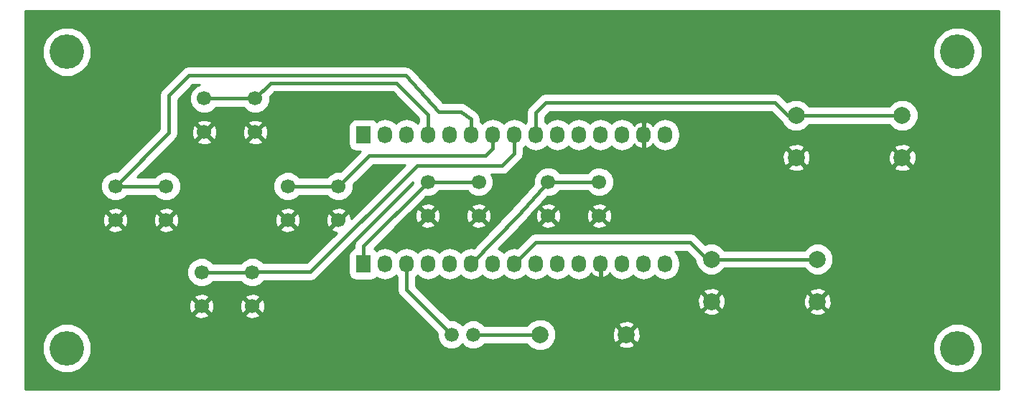
<source format=gtl>
G04 #@! TF.FileFunction,Copper,L1,Top,Signal*
%FSLAX46Y46*%
G04 Gerber Fmt 4.6, Leading zero omitted, Abs format (unit mm)*
G04 Created by KiCad (PCBNEW 4.0.4+e1-6308~48~ubuntu16.04.1-stable) date Thu Sep 15 22:11:00 2016*
%MOMM*%
%LPD*%
G01*
G04 APERTURE LIST*
%ADD10C,0.100000*%
%ADD11C,1.676400*%
%ADD12R,1.727200X2.032000*%
%ADD13O,1.727200X2.032000*%
%ADD14C,1.998980*%
%ADD15C,1.700000*%
%ADD16C,2.000000*%
%ADD17C,4.064000*%
%ADD18C,0.406400*%
%ADD19C,0.254000*%
G04 APERTURE END LIST*
D10*
D11*
X87900000Y-73400000D03*
X85360000Y-73400000D03*
D12*
X74975720Y-49817020D03*
D13*
X77515720Y-49817020D03*
X80055720Y-49817020D03*
X82595720Y-49817020D03*
X85135720Y-49817020D03*
X87675720Y-49817020D03*
X90215720Y-49817020D03*
X92755720Y-49817020D03*
X95295720Y-49817020D03*
X97835720Y-49817020D03*
X100375720Y-49817020D03*
X102915720Y-49817020D03*
X105455720Y-49817020D03*
X107995720Y-49817020D03*
X110535720Y-49817020D03*
D12*
X74978260Y-65057020D03*
D13*
X77518260Y-65057020D03*
X80058260Y-65057020D03*
X82598260Y-65057020D03*
X85138260Y-65057020D03*
X87678260Y-65057020D03*
X90218260Y-65057020D03*
X92758260Y-65057020D03*
X95298260Y-65057020D03*
X97838260Y-65057020D03*
X100378260Y-65057020D03*
X102918260Y-65057020D03*
X105458260Y-65057020D03*
X107998260Y-65057020D03*
X110538260Y-65057020D03*
D14*
X95800000Y-73400000D03*
X105960000Y-73400000D03*
D15*
X62210000Y-49500000D03*
X56210000Y-49500000D03*
X62210000Y-45500000D03*
X56210000Y-45500000D03*
X51720000Y-59880000D03*
X45720000Y-59880000D03*
X51720000Y-55880000D03*
X45720000Y-55880000D03*
X61880000Y-70040000D03*
X55880000Y-70040000D03*
X61880000Y-66040000D03*
X55880000Y-66040000D03*
X72040000Y-59880000D03*
X66040000Y-59880000D03*
X72040000Y-55880000D03*
X66040000Y-55880000D03*
X88565100Y-59363700D03*
X82565100Y-59363700D03*
X88565100Y-55363700D03*
X82565100Y-55363700D03*
X102765100Y-59363700D03*
X96765100Y-59363700D03*
X102765100Y-55363700D03*
X96765100Y-55363700D03*
D16*
X116000000Y-64500000D03*
X128500000Y-64500000D03*
X116000000Y-69500000D03*
X128500000Y-69500000D03*
X126000000Y-47500000D03*
X138500000Y-47500000D03*
X126000000Y-52500000D03*
X138500000Y-52500000D03*
D17*
X40000000Y-40000000D03*
X40000000Y-75000000D03*
X145000000Y-75000000D03*
X145000000Y-40000000D03*
D18*
X87900000Y-73400000D02*
X95800000Y-73400000D01*
X85360000Y-73400000D02*
X80058260Y-68098260D01*
X80058260Y-68098260D02*
X80058260Y-65057020D01*
X56210000Y-45500000D02*
X62210000Y-45500000D01*
X62210000Y-45500000D02*
X64047400Y-43662600D01*
X64047400Y-43662600D02*
X78867000Y-43662600D01*
X78867000Y-43662600D02*
X82595720Y-47391320D01*
X82595720Y-47391320D02*
X82595720Y-49817020D01*
X87675720Y-47950120D02*
X87675720Y-49817020D01*
X86522276Y-47056675D02*
X87675720Y-47950120D01*
X83896200Y-47066200D02*
X86522276Y-47056675D01*
X79933800Y-42773600D02*
X83896200Y-47066200D01*
X54406800Y-42773600D02*
X79933800Y-42773600D01*
X52019200Y-45161200D02*
X54406800Y-42773600D01*
X52019200Y-49580800D02*
X52019200Y-45161200D01*
X45720000Y-55880000D02*
X52019200Y-49580800D01*
X51720000Y-55880000D02*
X45720000Y-55880000D01*
X66040000Y-55880000D02*
X72040000Y-55880000D01*
X72040000Y-55880000D02*
X75672200Y-52247800D01*
X75672200Y-52247800D02*
X89357200Y-52247800D01*
X89357200Y-52247800D02*
X90215720Y-51389280D01*
X90215720Y-51389280D02*
X90215720Y-49817020D01*
X55880000Y-66040000D02*
X61880000Y-66040000D01*
X61880000Y-66040000D02*
X61930800Y-65989200D01*
X61930800Y-65989200D02*
X68732400Y-65989200D01*
X68732400Y-65989200D02*
X81305400Y-53416200D01*
X81305400Y-53416200D02*
X91313000Y-53416200D01*
X91313000Y-53416200D02*
X92755720Y-51973480D01*
X92755720Y-51973480D02*
X92755720Y-49817020D01*
X96765100Y-55363700D02*
X102765100Y-55363700D01*
X96765100Y-55363700D02*
X93223874Y-59291395D01*
X93223874Y-59291395D02*
X87678260Y-65057020D01*
X82565100Y-55363700D02*
X88565100Y-55363700D01*
X82565100Y-55363700D02*
X74978260Y-62950540D01*
X74978260Y-62950540D02*
X74978260Y-65057020D01*
X126000000Y-47500000D02*
X138500000Y-47500000D01*
X123500000Y-46000000D02*
X96500000Y-46000000D01*
X95295720Y-47204280D02*
X95295720Y-49817020D01*
X96500000Y-46000000D02*
X95295720Y-47204280D01*
X126000000Y-47500000D02*
X125000000Y-47500000D01*
X125000000Y-47500000D02*
X123500000Y-46000000D01*
X116000000Y-64500000D02*
X128500000Y-64500000D01*
X116000000Y-64500000D02*
X115500000Y-64500000D01*
X115500000Y-64500000D02*
X113500000Y-62500000D01*
X113500000Y-62500000D02*
X95315280Y-62500000D01*
X95315280Y-62500000D02*
X92758260Y-65057020D01*
D19*
G36*
X149873000Y-79873000D02*
X35127000Y-79873000D01*
X35127000Y-75576097D01*
X37090496Y-75576097D01*
X37532432Y-76645664D01*
X38350032Y-77464692D01*
X39418825Y-77908494D01*
X40576097Y-77909504D01*
X41645664Y-77467568D01*
X42464692Y-76649968D01*
X42908494Y-75581175D01*
X42908498Y-75576097D01*
X142090496Y-75576097D01*
X142532432Y-76645664D01*
X143350032Y-77464692D01*
X144418825Y-77908494D01*
X145576097Y-77909504D01*
X146645664Y-77467568D01*
X147464692Y-76649968D01*
X147908494Y-75581175D01*
X147909504Y-74423903D01*
X147467568Y-73354336D01*
X146649968Y-72535308D01*
X145581175Y-72091506D01*
X144423903Y-72090496D01*
X143354336Y-72532432D01*
X142535308Y-73350032D01*
X142091506Y-74418825D01*
X142090496Y-75576097D01*
X42908498Y-75576097D01*
X42909504Y-74423903D01*
X42467568Y-73354336D01*
X41649968Y-72535308D01*
X40581175Y-72091506D01*
X39423903Y-72090496D01*
X38354336Y-72532432D01*
X37535308Y-73350032D01*
X37091506Y-74418825D01*
X37090496Y-75576097D01*
X35127000Y-75576097D01*
X35127000Y-71083958D01*
X55015647Y-71083958D01*
X55095920Y-71335259D01*
X55651279Y-71536718D01*
X56241458Y-71510315D01*
X56664080Y-71335259D01*
X56744353Y-71083958D01*
X61015647Y-71083958D01*
X61095920Y-71335259D01*
X61651279Y-71536718D01*
X62241458Y-71510315D01*
X62664080Y-71335259D01*
X62744353Y-71083958D01*
X61880000Y-70219605D01*
X61015647Y-71083958D01*
X56744353Y-71083958D01*
X55880000Y-70219605D01*
X55015647Y-71083958D01*
X35127000Y-71083958D01*
X35127000Y-69811279D01*
X54383282Y-69811279D01*
X54409685Y-70401458D01*
X54584741Y-70824080D01*
X54836042Y-70904353D01*
X55700395Y-70040000D01*
X56059605Y-70040000D01*
X56923958Y-70904353D01*
X57175259Y-70824080D01*
X57376718Y-70268721D01*
X57356254Y-69811279D01*
X60383282Y-69811279D01*
X60409685Y-70401458D01*
X60584741Y-70824080D01*
X60836042Y-70904353D01*
X61700395Y-70040000D01*
X62059605Y-70040000D01*
X62923958Y-70904353D01*
X63175259Y-70824080D01*
X63376718Y-70268721D01*
X63350315Y-69678542D01*
X63175259Y-69255920D01*
X62923958Y-69175647D01*
X62059605Y-70040000D01*
X61700395Y-70040000D01*
X60836042Y-69175647D01*
X60584741Y-69255920D01*
X60383282Y-69811279D01*
X57356254Y-69811279D01*
X57350315Y-69678542D01*
X57175259Y-69255920D01*
X56923958Y-69175647D01*
X56059605Y-70040000D01*
X55700395Y-70040000D01*
X54836042Y-69175647D01*
X54584741Y-69255920D01*
X54383282Y-69811279D01*
X35127000Y-69811279D01*
X35127000Y-68996042D01*
X55015647Y-68996042D01*
X55880000Y-69860395D01*
X56744353Y-68996042D01*
X61015647Y-68996042D01*
X61880000Y-69860395D01*
X62744353Y-68996042D01*
X62664080Y-68744741D01*
X62108721Y-68543282D01*
X61518542Y-68569685D01*
X61095920Y-68744741D01*
X61015647Y-68996042D01*
X56744353Y-68996042D01*
X56664080Y-68744741D01*
X56108721Y-68543282D01*
X55518542Y-68569685D01*
X55095920Y-68744741D01*
X55015647Y-68996042D01*
X35127000Y-68996042D01*
X35127000Y-60923958D01*
X44855647Y-60923958D01*
X44935920Y-61175259D01*
X45491279Y-61376718D01*
X46081458Y-61350315D01*
X46504080Y-61175259D01*
X46584353Y-60923958D01*
X50855647Y-60923958D01*
X50935920Y-61175259D01*
X51491279Y-61376718D01*
X52081458Y-61350315D01*
X52504080Y-61175259D01*
X52584353Y-60923958D01*
X65175647Y-60923958D01*
X65255920Y-61175259D01*
X65811279Y-61376718D01*
X66401458Y-61350315D01*
X66824080Y-61175259D01*
X66904353Y-60923958D01*
X66040000Y-60059605D01*
X65175647Y-60923958D01*
X52584353Y-60923958D01*
X51720000Y-60059605D01*
X50855647Y-60923958D01*
X46584353Y-60923958D01*
X45720000Y-60059605D01*
X44855647Y-60923958D01*
X35127000Y-60923958D01*
X35127000Y-59651279D01*
X44223282Y-59651279D01*
X44249685Y-60241458D01*
X44424741Y-60664080D01*
X44676042Y-60744353D01*
X45540395Y-59880000D01*
X45899605Y-59880000D01*
X46763958Y-60744353D01*
X47015259Y-60664080D01*
X47216718Y-60108721D01*
X47196254Y-59651279D01*
X50223282Y-59651279D01*
X50249685Y-60241458D01*
X50424741Y-60664080D01*
X50676042Y-60744353D01*
X51540395Y-59880000D01*
X51899605Y-59880000D01*
X52763958Y-60744353D01*
X53015259Y-60664080D01*
X53216718Y-60108721D01*
X53196254Y-59651279D01*
X64543282Y-59651279D01*
X64569685Y-60241458D01*
X64744741Y-60664080D01*
X64996042Y-60744353D01*
X65860395Y-59880000D01*
X66219605Y-59880000D01*
X67083958Y-60744353D01*
X67335259Y-60664080D01*
X67536718Y-60108721D01*
X67516254Y-59651279D01*
X70543282Y-59651279D01*
X70569685Y-60241458D01*
X70744741Y-60664080D01*
X70996042Y-60744353D01*
X71860395Y-59880000D01*
X70996042Y-59015647D01*
X70744741Y-59095920D01*
X70543282Y-59651279D01*
X67516254Y-59651279D01*
X67510315Y-59518542D01*
X67335259Y-59095920D01*
X67083958Y-59015647D01*
X66219605Y-59880000D01*
X65860395Y-59880000D01*
X64996042Y-59015647D01*
X64744741Y-59095920D01*
X64543282Y-59651279D01*
X53196254Y-59651279D01*
X53190315Y-59518542D01*
X53015259Y-59095920D01*
X52763958Y-59015647D01*
X51899605Y-59880000D01*
X51540395Y-59880000D01*
X50676042Y-59015647D01*
X50424741Y-59095920D01*
X50223282Y-59651279D01*
X47196254Y-59651279D01*
X47190315Y-59518542D01*
X47015259Y-59095920D01*
X46763958Y-59015647D01*
X45899605Y-59880000D01*
X45540395Y-59880000D01*
X44676042Y-59015647D01*
X44424741Y-59095920D01*
X44223282Y-59651279D01*
X35127000Y-59651279D01*
X35127000Y-58836042D01*
X44855647Y-58836042D01*
X45720000Y-59700395D01*
X46584353Y-58836042D01*
X50855647Y-58836042D01*
X51720000Y-59700395D01*
X52584353Y-58836042D01*
X65175647Y-58836042D01*
X66040000Y-59700395D01*
X66904353Y-58836042D01*
X71175647Y-58836042D01*
X72040000Y-59700395D01*
X72904353Y-58836042D01*
X72824080Y-58584741D01*
X72268721Y-58383282D01*
X71678542Y-58409685D01*
X71255920Y-58584741D01*
X71175647Y-58836042D01*
X66904353Y-58836042D01*
X66824080Y-58584741D01*
X66268721Y-58383282D01*
X65678542Y-58409685D01*
X65255920Y-58584741D01*
X65175647Y-58836042D01*
X52584353Y-58836042D01*
X52504080Y-58584741D01*
X51948721Y-58383282D01*
X51358542Y-58409685D01*
X50935920Y-58584741D01*
X50855647Y-58836042D01*
X46584353Y-58836042D01*
X46504080Y-58584741D01*
X45948721Y-58383282D01*
X45358542Y-58409685D01*
X44935920Y-58584741D01*
X44855647Y-58836042D01*
X35127000Y-58836042D01*
X35127000Y-56222014D01*
X43992701Y-56222014D01*
X44255067Y-56856989D01*
X44740456Y-57343226D01*
X45374971Y-57606700D01*
X46062014Y-57607299D01*
X46696989Y-57344933D01*
X47082394Y-56960200D01*
X50358098Y-56960200D01*
X50740456Y-57343226D01*
X51374971Y-57606700D01*
X52062014Y-57607299D01*
X52696989Y-57344933D01*
X53183226Y-56859544D01*
X53446700Y-56225029D01*
X53447299Y-55537986D01*
X53184933Y-54903011D01*
X52699544Y-54416774D01*
X52065029Y-54153300D01*
X51377986Y-54152701D01*
X50743011Y-54415067D01*
X50357606Y-54799800D01*
X48327834Y-54799800D01*
X52583676Y-50543958D01*
X55345647Y-50543958D01*
X55425920Y-50795259D01*
X55981279Y-50996718D01*
X56571458Y-50970315D01*
X56994080Y-50795259D01*
X57074353Y-50543958D01*
X61345647Y-50543958D01*
X61425920Y-50795259D01*
X61981279Y-50996718D01*
X62571458Y-50970315D01*
X62994080Y-50795259D01*
X63074353Y-50543958D01*
X62210000Y-49679605D01*
X61345647Y-50543958D01*
X57074353Y-50543958D01*
X56210000Y-49679605D01*
X55345647Y-50543958D01*
X52583676Y-50543958D01*
X52783017Y-50344617D01*
X53017175Y-49994175D01*
X53099400Y-49580800D01*
X53099400Y-49271279D01*
X54713282Y-49271279D01*
X54739685Y-49861458D01*
X54914741Y-50284080D01*
X55166042Y-50364353D01*
X56030395Y-49500000D01*
X56389605Y-49500000D01*
X57253958Y-50364353D01*
X57505259Y-50284080D01*
X57706718Y-49728721D01*
X57686254Y-49271279D01*
X60713282Y-49271279D01*
X60739685Y-49861458D01*
X60914741Y-50284080D01*
X61166042Y-50364353D01*
X62030395Y-49500000D01*
X62389605Y-49500000D01*
X63253958Y-50364353D01*
X63505259Y-50284080D01*
X63706718Y-49728721D01*
X63680315Y-49138542D01*
X63505259Y-48715920D01*
X63253958Y-48635647D01*
X62389605Y-49500000D01*
X62030395Y-49500000D01*
X61166042Y-48635647D01*
X60914741Y-48715920D01*
X60713282Y-49271279D01*
X57686254Y-49271279D01*
X57680315Y-49138542D01*
X57505259Y-48715920D01*
X57253958Y-48635647D01*
X56389605Y-49500000D01*
X56030395Y-49500000D01*
X55166042Y-48635647D01*
X54914741Y-48715920D01*
X54713282Y-49271279D01*
X53099400Y-49271279D01*
X53099400Y-48456042D01*
X55345647Y-48456042D01*
X56210000Y-49320395D01*
X57074353Y-48456042D01*
X61345647Y-48456042D01*
X62210000Y-49320395D01*
X63074353Y-48456042D01*
X62994080Y-48204741D01*
X62438721Y-48003282D01*
X61848542Y-48029685D01*
X61425920Y-48204741D01*
X61345647Y-48456042D01*
X57074353Y-48456042D01*
X56994080Y-48204741D01*
X56438721Y-48003282D01*
X55848542Y-48029685D01*
X55425920Y-48204741D01*
X55345647Y-48456042D01*
X53099400Y-48456042D01*
X53099400Y-45608634D01*
X54854234Y-43853800D01*
X55671711Y-43853800D01*
X55233011Y-44035067D01*
X54746774Y-44520456D01*
X54483300Y-45154971D01*
X54482701Y-45842014D01*
X54745067Y-46476989D01*
X55230456Y-46963226D01*
X55864971Y-47226700D01*
X56552014Y-47227299D01*
X57186989Y-46964933D01*
X57572394Y-46580200D01*
X60848098Y-46580200D01*
X61230456Y-46963226D01*
X61864971Y-47226700D01*
X62552014Y-47227299D01*
X63186989Y-46964933D01*
X63673226Y-46479544D01*
X63936700Y-45845029D01*
X63937175Y-45300459D01*
X64494834Y-44742800D01*
X78419566Y-44742800D01*
X81515520Y-47838753D01*
X81515520Y-48296123D01*
X81364930Y-48396744D01*
X81325720Y-48455426D01*
X81286510Y-48396744D01*
X80721819Y-48019429D01*
X80055720Y-47886934D01*
X79389621Y-48019429D01*
X78824930Y-48396744D01*
X78785720Y-48455426D01*
X78746510Y-48396744D01*
X78181819Y-48019429D01*
X77515720Y-47886934D01*
X76849621Y-48019429D01*
X76520184Y-48239552D01*
X76480276Y-48177534D01*
X76187206Y-47977288D01*
X75839320Y-47906839D01*
X74112120Y-47906839D01*
X73787123Y-47967991D01*
X73488634Y-48160064D01*
X73288388Y-48453134D01*
X73217939Y-48801020D01*
X73217939Y-50833020D01*
X73279091Y-51158017D01*
X73471164Y-51456506D01*
X73764234Y-51656752D01*
X74112120Y-51727201D01*
X74665166Y-51727201D01*
X72239193Y-54153173D01*
X71697986Y-54152701D01*
X71063011Y-54415067D01*
X70677606Y-54799800D01*
X67401902Y-54799800D01*
X67019544Y-54416774D01*
X66385029Y-54153300D01*
X65697986Y-54152701D01*
X65063011Y-54415067D01*
X64576774Y-54900456D01*
X64313300Y-55534971D01*
X64312701Y-56222014D01*
X64575067Y-56856989D01*
X65060456Y-57343226D01*
X65694971Y-57606700D01*
X66382014Y-57607299D01*
X67016989Y-57344933D01*
X67402394Y-56960200D01*
X70678098Y-56960200D01*
X71060456Y-57343226D01*
X71694971Y-57606700D01*
X72382014Y-57607299D01*
X73016989Y-57344933D01*
X73503226Y-56859544D01*
X73766700Y-56225029D01*
X73767175Y-55680459D01*
X76119633Y-53328000D01*
X79865966Y-53328000D01*
X73517385Y-59676581D01*
X73510315Y-59518542D01*
X73335259Y-59095920D01*
X73083958Y-59015647D01*
X72219605Y-59880000D01*
X72233748Y-59894143D01*
X72054143Y-60073748D01*
X72040000Y-60059605D01*
X71175647Y-60923958D01*
X71255920Y-61175259D01*
X71811279Y-61376718D01*
X71817528Y-61376438D01*
X68284966Y-64909000D01*
X63191191Y-64909000D01*
X62859544Y-64576774D01*
X62225029Y-64313300D01*
X61537986Y-64312701D01*
X60903011Y-64575067D01*
X60517606Y-64959800D01*
X57241902Y-64959800D01*
X56859544Y-64576774D01*
X56225029Y-64313300D01*
X55537986Y-64312701D01*
X54903011Y-64575067D01*
X54416774Y-65060456D01*
X54153300Y-65694971D01*
X54152701Y-66382014D01*
X54415067Y-67016989D01*
X54900456Y-67503226D01*
X55534971Y-67766700D01*
X56222014Y-67767299D01*
X56856989Y-67504933D01*
X57242394Y-67120200D01*
X60518098Y-67120200D01*
X60900456Y-67503226D01*
X61534971Y-67766700D01*
X62222014Y-67767299D01*
X62856989Y-67504933D01*
X63293283Y-67069400D01*
X68732400Y-67069400D01*
X69145775Y-66987175D01*
X69496217Y-66753017D01*
X80838058Y-55411176D01*
X80837925Y-55563241D01*
X74214443Y-62186723D01*
X73980285Y-62537165D01*
X73898060Y-62950540D01*
X73898060Y-63187595D01*
X73789663Y-63207991D01*
X73491174Y-63400064D01*
X73290928Y-63693134D01*
X73220479Y-64041020D01*
X73220479Y-66073020D01*
X73281631Y-66398017D01*
X73473704Y-66696506D01*
X73766774Y-66896752D01*
X74114660Y-66967201D01*
X75841860Y-66967201D01*
X76166857Y-66906049D01*
X76465346Y-66713976D01*
X76520619Y-66633081D01*
X76852161Y-66854611D01*
X77518260Y-66987106D01*
X78184359Y-66854611D01*
X78749050Y-66477296D01*
X78788260Y-66418614D01*
X78827470Y-66477296D01*
X78978060Y-66577917D01*
X78978060Y-68098260D01*
X79060285Y-68511635D01*
X79294443Y-68862077D01*
X83644963Y-73212596D01*
X83644503Y-73739678D01*
X83905076Y-74370314D01*
X84387149Y-74853228D01*
X85017329Y-75114902D01*
X85699678Y-75115497D01*
X86330314Y-74854924D01*
X86630100Y-74555660D01*
X86927149Y-74853228D01*
X87557329Y-75114902D01*
X88239678Y-75115497D01*
X88870314Y-74854924D01*
X89245692Y-74480200D01*
X94226871Y-74480200D01*
X94735666Y-74989884D01*
X95425105Y-75276164D01*
X96171619Y-75276815D01*
X96861558Y-74991739D01*
X97301901Y-74552163D01*
X104987443Y-74552163D01*
X105086042Y-74818965D01*
X105695582Y-75045401D01*
X106345377Y-75021341D01*
X106833958Y-74818965D01*
X106932557Y-74552163D01*
X105960000Y-73579605D01*
X104987443Y-74552163D01*
X97301901Y-74552163D01*
X97389884Y-74464334D01*
X97676164Y-73774895D01*
X97676721Y-73135582D01*
X104314599Y-73135582D01*
X104338659Y-73785377D01*
X104541035Y-74273958D01*
X104807837Y-74372557D01*
X105780395Y-73400000D01*
X106139605Y-73400000D01*
X107112163Y-74372557D01*
X107378965Y-74273958D01*
X107605401Y-73664418D01*
X107581341Y-73014623D01*
X107378965Y-72526042D01*
X107112163Y-72427443D01*
X106139605Y-73400000D01*
X105780395Y-73400000D01*
X104807837Y-72427443D01*
X104541035Y-72526042D01*
X104314599Y-73135582D01*
X97676721Y-73135582D01*
X97676815Y-73028381D01*
X97391739Y-72338442D01*
X97301292Y-72247837D01*
X104987443Y-72247837D01*
X105960000Y-73220395D01*
X106932557Y-72247837D01*
X106833958Y-71981035D01*
X106224418Y-71754599D01*
X105574623Y-71778659D01*
X105086042Y-71981035D01*
X104987443Y-72247837D01*
X97301292Y-72247837D01*
X96864334Y-71810116D01*
X96174895Y-71523836D01*
X95428381Y-71523185D01*
X94738442Y-71808261D01*
X94226010Y-72319800D01*
X89245229Y-72319800D01*
X88872851Y-71946772D01*
X88242671Y-71685098D01*
X87560322Y-71684503D01*
X86929686Y-71945076D01*
X86629900Y-72244340D01*
X86332851Y-71946772D01*
X85702671Y-71685098D01*
X85172269Y-71684635D01*
X84140166Y-70652532D01*
X115027073Y-70652532D01*
X115125736Y-70919387D01*
X115735461Y-71145908D01*
X116385460Y-71121856D01*
X116874264Y-70919387D01*
X116972927Y-70652532D01*
X127527073Y-70652532D01*
X127625736Y-70919387D01*
X128235461Y-71145908D01*
X128885460Y-71121856D01*
X129374264Y-70919387D01*
X129472927Y-70652532D01*
X128500000Y-69679605D01*
X127527073Y-70652532D01*
X116972927Y-70652532D01*
X116000000Y-69679605D01*
X115027073Y-70652532D01*
X84140166Y-70652532D01*
X82723095Y-69235461D01*
X114354092Y-69235461D01*
X114378144Y-69885460D01*
X114580613Y-70374264D01*
X114847468Y-70472927D01*
X115820395Y-69500000D01*
X116179605Y-69500000D01*
X117152532Y-70472927D01*
X117419387Y-70374264D01*
X117645908Y-69764539D01*
X117626331Y-69235461D01*
X126854092Y-69235461D01*
X126878144Y-69885460D01*
X127080613Y-70374264D01*
X127347468Y-70472927D01*
X128320395Y-69500000D01*
X128679605Y-69500000D01*
X129652532Y-70472927D01*
X129919387Y-70374264D01*
X130145908Y-69764539D01*
X130121856Y-69114540D01*
X129919387Y-68625736D01*
X129652532Y-68527073D01*
X128679605Y-69500000D01*
X128320395Y-69500000D01*
X127347468Y-68527073D01*
X127080613Y-68625736D01*
X126854092Y-69235461D01*
X117626331Y-69235461D01*
X117621856Y-69114540D01*
X117419387Y-68625736D01*
X117152532Y-68527073D01*
X116179605Y-69500000D01*
X115820395Y-69500000D01*
X114847468Y-68527073D01*
X114580613Y-68625736D01*
X114354092Y-69235461D01*
X82723095Y-69235461D01*
X81835102Y-68347468D01*
X115027073Y-68347468D01*
X116000000Y-69320395D01*
X116972927Y-68347468D01*
X127527073Y-68347468D01*
X128500000Y-69320395D01*
X129472927Y-68347468D01*
X129374264Y-68080613D01*
X128764539Y-67854092D01*
X128114540Y-67878144D01*
X127625736Y-68080613D01*
X127527073Y-68347468D01*
X116972927Y-68347468D01*
X116874264Y-68080613D01*
X116264539Y-67854092D01*
X115614540Y-67878144D01*
X115125736Y-68080613D01*
X115027073Y-68347468D01*
X81835102Y-68347468D01*
X81138460Y-67650826D01*
X81138460Y-66577917D01*
X81289050Y-66477296D01*
X81328260Y-66418614D01*
X81367470Y-66477296D01*
X81932161Y-66854611D01*
X82598260Y-66987106D01*
X83264359Y-66854611D01*
X83829050Y-66477296D01*
X83868260Y-66418614D01*
X83907470Y-66477296D01*
X84472161Y-66854611D01*
X85138260Y-66987106D01*
X85804359Y-66854611D01*
X86369050Y-66477296D01*
X86408260Y-66418614D01*
X86447470Y-66477296D01*
X87012161Y-66854611D01*
X87678260Y-66987106D01*
X88344359Y-66854611D01*
X88909050Y-66477296D01*
X88948260Y-66418614D01*
X88987470Y-66477296D01*
X89552161Y-66854611D01*
X90218260Y-66987106D01*
X90884359Y-66854611D01*
X91449050Y-66477296D01*
X91488260Y-66418614D01*
X91527470Y-66477296D01*
X92092161Y-66854611D01*
X92758260Y-66987106D01*
X93424359Y-66854611D01*
X93989050Y-66477296D01*
X94028260Y-66418614D01*
X94067470Y-66477296D01*
X94632161Y-66854611D01*
X95298260Y-66987106D01*
X95964359Y-66854611D01*
X96529050Y-66477296D01*
X96568260Y-66418614D01*
X96607470Y-66477296D01*
X97172161Y-66854611D01*
X97838260Y-66987106D01*
X98504359Y-66854611D01*
X99069050Y-66477296D01*
X99108260Y-66418614D01*
X99147470Y-66477296D01*
X99712161Y-66854611D01*
X100378260Y-66987106D01*
X101044359Y-66854611D01*
X101609050Y-66477296D01*
X101809853Y-66176773D01*
X102016224Y-66407752D01*
X102543469Y-66661729D01*
X102559234Y-66664378D01*
X102791260Y-66543237D01*
X102791260Y-65184020D01*
X102771260Y-65184020D01*
X102771260Y-64930020D01*
X102791260Y-64930020D01*
X102791260Y-64910020D01*
X103045260Y-64910020D01*
X103045260Y-64930020D01*
X103065260Y-64930020D01*
X103065260Y-65184020D01*
X103045260Y-65184020D01*
X103045260Y-66543237D01*
X103277286Y-66664378D01*
X103293051Y-66661729D01*
X103820296Y-66407752D01*
X104026667Y-66176773D01*
X104227470Y-66477296D01*
X104792161Y-66854611D01*
X105458260Y-66987106D01*
X106124359Y-66854611D01*
X106689050Y-66477296D01*
X106728260Y-66418614D01*
X106767470Y-66477296D01*
X107332161Y-66854611D01*
X107998260Y-66987106D01*
X108664359Y-66854611D01*
X109229050Y-66477296D01*
X109268260Y-66418614D01*
X109307470Y-66477296D01*
X109872161Y-66854611D01*
X110538260Y-66987106D01*
X111204359Y-66854611D01*
X111769050Y-66477296D01*
X112146365Y-65912605D01*
X112278860Y-65246506D01*
X112278860Y-64867534D01*
X112146365Y-64201435D01*
X111769050Y-63636744D01*
X111684426Y-63580200D01*
X113052566Y-63580200D01*
X114122868Y-64650502D01*
X114122675Y-64871720D01*
X114407829Y-65561846D01*
X114935376Y-66090316D01*
X115625004Y-66376674D01*
X116371720Y-66377325D01*
X117061846Y-66092171D01*
X117574713Y-65580200D01*
X126926151Y-65580200D01*
X127435376Y-66090316D01*
X128125004Y-66376674D01*
X128871720Y-66377325D01*
X129561846Y-66092171D01*
X130090316Y-65564624D01*
X130376674Y-64874996D01*
X130377325Y-64128280D01*
X130092171Y-63438154D01*
X129564624Y-62909684D01*
X128874996Y-62623326D01*
X128128280Y-62622675D01*
X127438154Y-62907829D01*
X126925287Y-63419800D01*
X117573849Y-63419800D01*
X117064624Y-62909684D01*
X116374996Y-62623326D01*
X115628280Y-62622675D01*
X115290059Y-62762425D01*
X114263817Y-61736183D01*
X113913375Y-61502025D01*
X113500000Y-61419800D01*
X95315280Y-61419800D01*
X94901905Y-61502025D01*
X94551463Y-61736183D01*
X94551461Y-61736186D01*
X93093941Y-63193705D01*
X92758260Y-63126934D01*
X92092161Y-63259429D01*
X91527470Y-63636744D01*
X91488260Y-63695426D01*
X91449050Y-63636744D01*
X90897549Y-63268242D01*
X93648976Y-60407658D01*
X95900747Y-60407658D01*
X95981020Y-60658959D01*
X96536379Y-60860418D01*
X97126558Y-60834015D01*
X97549180Y-60658959D01*
X97629453Y-60407658D01*
X101900747Y-60407658D01*
X101981020Y-60658959D01*
X102536379Y-60860418D01*
X103126558Y-60834015D01*
X103549180Y-60658959D01*
X103629453Y-60407658D01*
X102765100Y-59543305D01*
X101900747Y-60407658D01*
X97629453Y-60407658D01*
X96765100Y-59543305D01*
X95900747Y-60407658D01*
X93648976Y-60407658D01*
X94002400Y-60040213D01*
X94011948Y-60025304D01*
X94026140Y-60014721D01*
X94819318Y-59134979D01*
X95268382Y-59134979D01*
X95294785Y-59725158D01*
X95469841Y-60147780D01*
X95721142Y-60228053D01*
X96585495Y-59363700D01*
X96944705Y-59363700D01*
X97809058Y-60228053D01*
X98060359Y-60147780D01*
X98261818Y-59592421D01*
X98241354Y-59134979D01*
X101268382Y-59134979D01*
X101294785Y-59725158D01*
X101469841Y-60147780D01*
X101721142Y-60228053D01*
X102585495Y-59363700D01*
X102944705Y-59363700D01*
X103809058Y-60228053D01*
X104060359Y-60147780D01*
X104261818Y-59592421D01*
X104235415Y-59002242D01*
X104060359Y-58579620D01*
X103809058Y-58499347D01*
X102944705Y-59363700D01*
X102585495Y-59363700D01*
X101721142Y-58499347D01*
X101469841Y-58579620D01*
X101268382Y-59134979D01*
X98241354Y-59134979D01*
X98235415Y-59002242D01*
X98060359Y-58579620D01*
X97809058Y-58499347D01*
X96944705Y-59363700D01*
X96585495Y-59363700D01*
X95721142Y-58499347D01*
X95469841Y-58579620D01*
X95268382Y-59134979D01*
X94819318Y-59134979D01*
X95554339Y-58319742D01*
X95900747Y-58319742D01*
X96765100Y-59184095D01*
X97629453Y-58319742D01*
X101900747Y-58319742D01*
X102765100Y-59184095D01*
X103629453Y-58319742D01*
X103549180Y-58068441D01*
X102993821Y-57866982D01*
X102403642Y-57893385D01*
X101981020Y-58068441D01*
X101900747Y-58319742D01*
X97629453Y-58319742D01*
X97549180Y-58068441D01*
X96993821Y-57866982D01*
X96403642Y-57893385D01*
X95981020Y-58068441D01*
X95900747Y-58319742D01*
X95554339Y-58319742D01*
X96662529Y-57090611D01*
X97107114Y-57090999D01*
X97742089Y-56828633D01*
X98127494Y-56443900D01*
X101403198Y-56443900D01*
X101785556Y-56826926D01*
X102420071Y-57090400D01*
X103107114Y-57090999D01*
X103742089Y-56828633D01*
X104228326Y-56343244D01*
X104491800Y-55708729D01*
X104492399Y-55021686D01*
X104230033Y-54386711D01*
X103744644Y-53900474D01*
X103147535Y-53652532D01*
X125027073Y-53652532D01*
X125125736Y-53919387D01*
X125735461Y-54145908D01*
X126385460Y-54121856D01*
X126874264Y-53919387D01*
X126972927Y-53652532D01*
X137527073Y-53652532D01*
X137625736Y-53919387D01*
X138235461Y-54145908D01*
X138885460Y-54121856D01*
X139374264Y-53919387D01*
X139472927Y-53652532D01*
X138500000Y-52679605D01*
X137527073Y-53652532D01*
X126972927Y-53652532D01*
X126000000Y-52679605D01*
X125027073Y-53652532D01*
X103147535Y-53652532D01*
X103110129Y-53637000D01*
X102423086Y-53636401D01*
X101788111Y-53898767D01*
X101402706Y-54283500D01*
X98127002Y-54283500D01*
X97744644Y-53900474D01*
X97110129Y-53637000D01*
X96423086Y-53636401D01*
X95788111Y-53898767D01*
X95301874Y-54384156D01*
X95038400Y-55018671D01*
X95037835Y-55666322D01*
X92433286Y-58555117D01*
X87978486Y-63186653D01*
X87678260Y-63126934D01*
X87012161Y-63259429D01*
X86447470Y-63636744D01*
X86408260Y-63695426D01*
X86369050Y-63636744D01*
X85804359Y-63259429D01*
X85138260Y-63126934D01*
X84472161Y-63259429D01*
X83907470Y-63636744D01*
X83868260Y-63695426D01*
X83829050Y-63636744D01*
X83264359Y-63259429D01*
X82598260Y-63126934D01*
X81932161Y-63259429D01*
X81367470Y-63636744D01*
X81328260Y-63695426D01*
X81289050Y-63636744D01*
X80724359Y-63259429D01*
X80058260Y-63126934D01*
X79392161Y-63259429D01*
X78827470Y-63636744D01*
X78788260Y-63695426D01*
X78749050Y-63636744D01*
X78184359Y-63259429D01*
X77518260Y-63126934D01*
X76852161Y-63259429D01*
X76522724Y-63479552D01*
X76482816Y-63417534D01*
X76219094Y-63237340D01*
X79048776Y-60407658D01*
X81700747Y-60407658D01*
X81781020Y-60658959D01*
X82336379Y-60860418D01*
X82926558Y-60834015D01*
X83349180Y-60658959D01*
X83429453Y-60407658D01*
X87700747Y-60407658D01*
X87781020Y-60658959D01*
X88336379Y-60860418D01*
X88926558Y-60834015D01*
X89349180Y-60658959D01*
X89429453Y-60407658D01*
X88565100Y-59543305D01*
X87700747Y-60407658D01*
X83429453Y-60407658D01*
X82565100Y-59543305D01*
X81700747Y-60407658D01*
X79048776Y-60407658D01*
X80321455Y-59134979D01*
X81068382Y-59134979D01*
X81094785Y-59725158D01*
X81269841Y-60147780D01*
X81521142Y-60228053D01*
X82385495Y-59363700D01*
X82744705Y-59363700D01*
X83609058Y-60228053D01*
X83860359Y-60147780D01*
X84061818Y-59592421D01*
X84041354Y-59134979D01*
X87068382Y-59134979D01*
X87094785Y-59725158D01*
X87269841Y-60147780D01*
X87521142Y-60228053D01*
X88385495Y-59363700D01*
X88744705Y-59363700D01*
X89609058Y-60228053D01*
X89860359Y-60147780D01*
X90061818Y-59592421D01*
X90035415Y-59002242D01*
X89860359Y-58579620D01*
X89609058Y-58499347D01*
X88744705Y-59363700D01*
X88385495Y-59363700D01*
X87521142Y-58499347D01*
X87269841Y-58579620D01*
X87068382Y-59134979D01*
X84041354Y-59134979D01*
X84035415Y-59002242D01*
X83860359Y-58579620D01*
X83609058Y-58499347D01*
X82744705Y-59363700D01*
X82385495Y-59363700D01*
X81521142Y-58499347D01*
X81269841Y-58579620D01*
X81068382Y-59134979D01*
X80321455Y-59134979D01*
X81136692Y-58319742D01*
X81700747Y-58319742D01*
X82565100Y-59184095D01*
X83429453Y-58319742D01*
X87700747Y-58319742D01*
X88565100Y-59184095D01*
X89429453Y-58319742D01*
X89349180Y-58068441D01*
X88793821Y-57866982D01*
X88203642Y-57893385D01*
X87781020Y-58068441D01*
X87700747Y-58319742D01*
X83429453Y-58319742D01*
X83349180Y-58068441D01*
X82793821Y-57866982D01*
X82203642Y-57893385D01*
X81781020Y-58068441D01*
X81700747Y-58319742D01*
X81136692Y-58319742D01*
X82365907Y-57090527D01*
X82907114Y-57090999D01*
X83542089Y-56828633D01*
X83927494Y-56443900D01*
X87203198Y-56443900D01*
X87585556Y-56826926D01*
X88220071Y-57090400D01*
X88907114Y-57090999D01*
X89542089Y-56828633D01*
X90028326Y-56343244D01*
X90291800Y-55708729D01*
X90292399Y-55021686D01*
X90075356Y-54496400D01*
X91313000Y-54496400D01*
X91726375Y-54414175D01*
X92076817Y-54180017D01*
X93519537Y-52737297D01*
X93753695Y-52386855D01*
X93783808Y-52235461D01*
X124354092Y-52235461D01*
X124378144Y-52885460D01*
X124580613Y-53374264D01*
X124847468Y-53472927D01*
X125820395Y-52500000D01*
X126179605Y-52500000D01*
X127152532Y-53472927D01*
X127419387Y-53374264D01*
X127645908Y-52764539D01*
X127626331Y-52235461D01*
X136854092Y-52235461D01*
X136878144Y-52885460D01*
X137080613Y-53374264D01*
X137347468Y-53472927D01*
X138320395Y-52500000D01*
X138679605Y-52500000D01*
X139652532Y-53472927D01*
X139919387Y-53374264D01*
X140145908Y-52764539D01*
X140121856Y-52114540D01*
X139919387Y-51625736D01*
X139652532Y-51527073D01*
X138679605Y-52500000D01*
X138320395Y-52500000D01*
X137347468Y-51527073D01*
X137080613Y-51625736D01*
X136854092Y-52235461D01*
X127626331Y-52235461D01*
X127621856Y-52114540D01*
X127419387Y-51625736D01*
X127152532Y-51527073D01*
X126179605Y-52500000D01*
X125820395Y-52500000D01*
X124847468Y-51527073D01*
X124580613Y-51625736D01*
X124354092Y-52235461D01*
X93783808Y-52235461D01*
X93835920Y-51973480D01*
X93835920Y-51337917D01*
X93986510Y-51237296D01*
X94025720Y-51178614D01*
X94064930Y-51237296D01*
X94629621Y-51614611D01*
X95295720Y-51747106D01*
X95961819Y-51614611D01*
X96526510Y-51237296D01*
X96565720Y-51178614D01*
X96604930Y-51237296D01*
X97169621Y-51614611D01*
X97835720Y-51747106D01*
X98501819Y-51614611D01*
X99066510Y-51237296D01*
X99105720Y-51178614D01*
X99144930Y-51237296D01*
X99709621Y-51614611D01*
X100375720Y-51747106D01*
X101041819Y-51614611D01*
X101606510Y-51237296D01*
X101645720Y-51178614D01*
X101684930Y-51237296D01*
X102249621Y-51614611D01*
X102915720Y-51747106D01*
X103581819Y-51614611D01*
X104146510Y-51237296D01*
X104185720Y-51178614D01*
X104224930Y-51237296D01*
X104789621Y-51614611D01*
X105455720Y-51747106D01*
X106121819Y-51614611D01*
X106686510Y-51237296D01*
X106887313Y-50936773D01*
X107093684Y-51167752D01*
X107620929Y-51421729D01*
X107636694Y-51424378D01*
X107868720Y-51303237D01*
X107868720Y-49944020D01*
X107848720Y-49944020D01*
X107848720Y-49690020D01*
X107868720Y-49690020D01*
X107868720Y-48330803D01*
X108122720Y-48330803D01*
X108122720Y-49690020D01*
X108142720Y-49690020D01*
X108142720Y-49944020D01*
X108122720Y-49944020D01*
X108122720Y-51303237D01*
X108354746Y-51424378D01*
X108370511Y-51421729D01*
X108897756Y-51167752D01*
X109104127Y-50936773D01*
X109304930Y-51237296D01*
X109869621Y-51614611D01*
X110535720Y-51747106D01*
X111201819Y-51614611D01*
X111601626Y-51347468D01*
X125027073Y-51347468D01*
X126000000Y-52320395D01*
X126972927Y-51347468D01*
X137527073Y-51347468D01*
X138500000Y-52320395D01*
X139472927Y-51347468D01*
X139374264Y-51080613D01*
X138764539Y-50854092D01*
X138114540Y-50878144D01*
X137625736Y-51080613D01*
X137527073Y-51347468D01*
X126972927Y-51347468D01*
X126874264Y-51080613D01*
X126264539Y-50854092D01*
X125614540Y-50878144D01*
X125125736Y-51080613D01*
X125027073Y-51347468D01*
X111601626Y-51347468D01*
X111766510Y-51237296D01*
X112143825Y-50672605D01*
X112276320Y-50006506D01*
X112276320Y-49627534D01*
X112143825Y-48961435D01*
X111766510Y-48396744D01*
X111201819Y-48019429D01*
X110535720Y-47886934D01*
X109869621Y-48019429D01*
X109304930Y-48396744D01*
X109104127Y-48697267D01*
X108897756Y-48466288D01*
X108370511Y-48212311D01*
X108354746Y-48209662D01*
X108122720Y-48330803D01*
X107868720Y-48330803D01*
X107636694Y-48209662D01*
X107620929Y-48212311D01*
X107093684Y-48466288D01*
X106887313Y-48697267D01*
X106686510Y-48396744D01*
X106121819Y-48019429D01*
X105455720Y-47886934D01*
X104789621Y-48019429D01*
X104224930Y-48396744D01*
X104185720Y-48455426D01*
X104146510Y-48396744D01*
X103581819Y-48019429D01*
X102915720Y-47886934D01*
X102249621Y-48019429D01*
X101684930Y-48396744D01*
X101645720Y-48455426D01*
X101606510Y-48396744D01*
X101041819Y-48019429D01*
X100375720Y-47886934D01*
X99709621Y-48019429D01*
X99144930Y-48396744D01*
X99105720Y-48455426D01*
X99066510Y-48396744D01*
X98501819Y-48019429D01*
X97835720Y-47886934D01*
X97169621Y-48019429D01*
X96604930Y-48396744D01*
X96565720Y-48455426D01*
X96526510Y-48396744D01*
X96375920Y-48296123D01*
X96375920Y-47651714D01*
X96947434Y-47080200D01*
X123052566Y-47080200D01*
X124236183Y-48263817D01*
X124303184Y-48308586D01*
X124407829Y-48561846D01*
X124935376Y-49090316D01*
X125625004Y-49376674D01*
X126371720Y-49377325D01*
X127061846Y-49092171D01*
X127574713Y-48580200D01*
X136926151Y-48580200D01*
X137435376Y-49090316D01*
X138125004Y-49376674D01*
X138871720Y-49377325D01*
X139561846Y-49092171D01*
X140090316Y-48564624D01*
X140376674Y-47874996D01*
X140377325Y-47128280D01*
X140092171Y-46438154D01*
X139564624Y-45909684D01*
X138874996Y-45623326D01*
X138128280Y-45622675D01*
X137438154Y-45907829D01*
X136925287Y-46419800D01*
X127573849Y-46419800D01*
X127064624Y-45909684D01*
X126374996Y-45623326D01*
X125628280Y-45622675D01*
X124938154Y-45907829D01*
X124936807Y-45909173D01*
X124263817Y-45236183D01*
X123913375Y-45002025D01*
X123500000Y-44919800D01*
X96500000Y-44919800D01*
X96086625Y-45002025D01*
X95736183Y-45236183D01*
X94531903Y-46440463D01*
X94297745Y-46790905D01*
X94215520Y-47204280D01*
X94215520Y-48296123D01*
X94064930Y-48396744D01*
X94025720Y-48455426D01*
X93986510Y-48396744D01*
X93421819Y-48019429D01*
X92755720Y-47886934D01*
X92089621Y-48019429D01*
X91524930Y-48396744D01*
X91485720Y-48455426D01*
X91446510Y-48396744D01*
X90881819Y-48019429D01*
X90215720Y-47886934D01*
X89549621Y-48019429D01*
X88984930Y-48396744D01*
X88945720Y-48455426D01*
X88906510Y-48396744D01*
X88755920Y-48296123D01*
X88755920Y-47950120D01*
X88742498Y-47882640D01*
X88747310Y-47814005D01*
X88701733Y-47677702D01*
X88673695Y-47536745D01*
X88635471Y-47479539D01*
X88613652Y-47414287D01*
X88519384Y-47305802D01*
X88439537Y-47186303D01*
X88382329Y-47148078D01*
X88337201Y-47096144D01*
X87183757Y-46202699D01*
X87053424Y-46137686D01*
X86932028Y-46057207D01*
X86866418Y-46044404D01*
X86806602Y-46014566D01*
X86661311Y-46004378D01*
X86518358Y-45976482D01*
X84367560Y-45984283D01*
X80727535Y-42040922D01*
X80709802Y-42028019D01*
X80697617Y-42009783D01*
X80540001Y-41904467D01*
X80386731Y-41792944D01*
X80365410Y-41787809D01*
X80347175Y-41775625D01*
X80161260Y-41738644D01*
X79976973Y-41694263D01*
X79955309Y-41697678D01*
X79933800Y-41693400D01*
X54406800Y-41693400D01*
X53993425Y-41775625D01*
X53642983Y-42009783D01*
X51255383Y-44397383D01*
X51021225Y-44747825D01*
X50939000Y-45161200D01*
X50939000Y-49133366D01*
X45919193Y-54153173D01*
X45377986Y-54152701D01*
X44743011Y-54415067D01*
X44256774Y-54900456D01*
X43993300Y-55534971D01*
X43992701Y-56222014D01*
X35127000Y-56222014D01*
X35127000Y-40576097D01*
X37090496Y-40576097D01*
X37532432Y-41645664D01*
X38350032Y-42464692D01*
X39418825Y-42908494D01*
X40576097Y-42909504D01*
X41645664Y-42467568D01*
X42464692Y-41649968D01*
X42908494Y-40581175D01*
X42908498Y-40576097D01*
X142090496Y-40576097D01*
X142532432Y-41645664D01*
X143350032Y-42464692D01*
X144418825Y-42908494D01*
X145576097Y-42909504D01*
X146645664Y-42467568D01*
X147464692Y-41649968D01*
X147908494Y-40581175D01*
X147909504Y-39423903D01*
X147467568Y-38354336D01*
X146649968Y-37535308D01*
X145581175Y-37091506D01*
X144423903Y-37090496D01*
X143354336Y-37532432D01*
X142535308Y-38350032D01*
X142091506Y-39418825D01*
X142090496Y-40576097D01*
X42908498Y-40576097D01*
X42909504Y-39423903D01*
X42467568Y-38354336D01*
X41649968Y-37535308D01*
X40581175Y-37091506D01*
X39423903Y-37090496D01*
X38354336Y-37532432D01*
X37535308Y-38350032D01*
X37091506Y-39418825D01*
X37090496Y-40576097D01*
X35127000Y-40576097D01*
X35127000Y-35127000D01*
X149873000Y-35127000D01*
X149873000Y-79873000D01*
X149873000Y-79873000D01*
G37*
X149873000Y-79873000D02*
X35127000Y-79873000D01*
X35127000Y-75576097D01*
X37090496Y-75576097D01*
X37532432Y-76645664D01*
X38350032Y-77464692D01*
X39418825Y-77908494D01*
X40576097Y-77909504D01*
X41645664Y-77467568D01*
X42464692Y-76649968D01*
X42908494Y-75581175D01*
X42908498Y-75576097D01*
X142090496Y-75576097D01*
X142532432Y-76645664D01*
X143350032Y-77464692D01*
X144418825Y-77908494D01*
X145576097Y-77909504D01*
X146645664Y-77467568D01*
X147464692Y-76649968D01*
X147908494Y-75581175D01*
X147909504Y-74423903D01*
X147467568Y-73354336D01*
X146649968Y-72535308D01*
X145581175Y-72091506D01*
X144423903Y-72090496D01*
X143354336Y-72532432D01*
X142535308Y-73350032D01*
X142091506Y-74418825D01*
X142090496Y-75576097D01*
X42908498Y-75576097D01*
X42909504Y-74423903D01*
X42467568Y-73354336D01*
X41649968Y-72535308D01*
X40581175Y-72091506D01*
X39423903Y-72090496D01*
X38354336Y-72532432D01*
X37535308Y-73350032D01*
X37091506Y-74418825D01*
X37090496Y-75576097D01*
X35127000Y-75576097D01*
X35127000Y-71083958D01*
X55015647Y-71083958D01*
X55095920Y-71335259D01*
X55651279Y-71536718D01*
X56241458Y-71510315D01*
X56664080Y-71335259D01*
X56744353Y-71083958D01*
X61015647Y-71083958D01*
X61095920Y-71335259D01*
X61651279Y-71536718D01*
X62241458Y-71510315D01*
X62664080Y-71335259D01*
X62744353Y-71083958D01*
X61880000Y-70219605D01*
X61015647Y-71083958D01*
X56744353Y-71083958D01*
X55880000Y-70219605D01*
X55015647Y-71083958D01*
X35127000Y-71083958D01*
X35127000Y-69811279D01*
X54383282Y-69811279D01*
X54409685Y-70401458D01*
X54584741Y-70824080D01*
X54836042Y-70904353D01*
X55700395Y-70040000D01*
X56059605Y-70040000D01*
X56923958Y-70904353D01*
X57175259Y-70824080D01*
X57376718Y-70268721D01*
X57356254Y-69811279D01*
X60383282Y-69811279D01*
X60409685Y-70401458D01*
X60584741Y-70824080D01*
X60836042Y-70904353D01*
X61700395Y-70040000D01*
X62059605Y-70040000D01*
X62923958Y-70904353D01*
X63175259Y-70824080D01*
X63376718Y-70268721D01*
X63350315Y-69678542D01*
X63175259Y-69255920D01*
X62923958Y-69175647D01*
X62059605Y-70040000D01*
X61700395Y-70040000D01*
X60836042Y-69175647D01*
X60584741Y-69255920D01*
X60383282Y-69811279D01*
X57356254Y-69811279D01*
X57350315Y-69678542D01*
X57175259Y-69255920D01*
X56923958Y-69175647D01*
X56059605Y-70040000D01*
X55700395Y-70040000D01*
X54836042Y-69175647D01*
X54584741Y-69255920D01*
X54383282Y-69811279D01*
X35127000Y-69811279D01*
X35127000Y-68996042D01*
X55015647Y-68996042D01*
X55880000Y-69860395D01*
X56744353Y-68996042D01*
X61015647Y-68996042D01*
X61880000Y-69860395D01*
X62744353Y-68996042D01*
X62664080Y-68744741D01*
X62108721Y-68543282D01*
X61518542Y-68569685D01*
X61095920Y-68744741D01*
X61015647Y-68996042D01*
X56744353Y-68996042D01*
X56664080Y-68744741D01*
X56108721Y-68543282D01*
X55518542Y-68569685D01*
X55095920Y-68744741D01*
X55015647Y-68996042D01*
X35127000Y-68996042D01*
X35127000Y-60923958D01*
X44855647Y-60923958D01*
X44935920Y-61175259D01*
X45491279Y-61376718D01*
X46081458Y-61350315D01*
X46504080Y-61175259D01*
X46584353Y-60923958D01*
X50855647Y-60923958D01*
X50935920Y-61175259D01*
X51491279Y-61376718D01*
X52081458Y-61350315D01*
X52504080Y-61175259D01*
X52584353Y-60923958D01*
X65175647Y-60923958D01*
X65255920Y-61175259D01*
X65811279Y-61376718D01*
X66401458Y-61350315D01*
X66824080Y-61175259D01*
X66904353Y-60923958D01*
X66040000Y-60059605D01*
X65175647Y-60923958D01*
X52584353Y-60923958D01*
X51720000Y-60059605D01*
X50855647Y-60923958D01*
X46584353Y-60923958D01*
X45720000Y-60059605D01*
X44855647Y-60923958D01*
X35127000Y-60923958D01*
X35127000Y-59651279D01*
X44223282Y-59651279D01*
X44249685Y-60241458D01*
X44424741Y-60664080D01*
X44676042Y-60744353D01*
X45540395Y-59880000D01*
X45899605Y-59880000D01*
X46763958Y-60744353D01*
X47015259Y-60664080D01*
X47216718Y-60108721D01*
X47196254Y-59651279D01*
X50223282Y-59651279D01*
X50249685Y-60241458D01*
X50424741Y-60664080D01*
X50676042Y-60744353D01*
X51540395Y-59880000D01*
X51899605Y-59880000D01*
X52763958Y-60744353D01*
X53015259Y-60664080D01*
X53216718Y-60108721D01*
X53196254Y-59651279D01*
X64543282Y-59651279D01*
X64569685Y-60241458D01*
X64744741Y-60664080D01*
X64996042Y-60744353D01*
X65860395Y-59880000D01*
X66219605Y-59880000D01*
X67083958Y-60744353D01*
X67335259Y-60664080D01*
X67536718Y-60108721D01*
X67516254Y-59651279D01*
X70543282Y-59651279D01*
X70569685Y-60241458D01*
X70744741Y-60664080D01*
X70996042Y-60744353D01*
X71860395Y-59880000D01*
X70996042Y-59015647D01*
X70744741Y-59095920D01*
X70543282Y-59651279D01*
X67516254Y-59651279D01*
X67510315Y-59518542D01*
X67335259Y-59095920D01*
X67083958Y-59015647D01*
X66219605Y-59880000D01*
X65860395Y-59880000D01*
X64996042Y-59015647D01*
X64744741Y-59095920D01*
X64543282Y-59651279D01*
X53196254Y-59651279D01*
X53190315Y-59518542D01*
X53015259Y-59095920D01*
X52763958Y-59015647D01*
X51899605Y-59880000D01*
X51540395Y-59880000D01*
X50676042Y-59015647D01*
X50424741Y-59095920D01*
X50223282Y-59651279D01*
X47196254Y-59651279D01*
X47190315Y-59518542D01*
X47015259Y-59095920D01*
X46763958Y-59015647D01*
X45899605Y-59880000D01*
X45540395Y-59880000D01*
X44676042Y-59015647D01*
X44424741Y-59095920D01*
X44223282Y-59651279D01*
X35127000Y-59651279D01*
X35127000Y-58836042D01*
X44855647Y-58836042D01*
X45720000Y-59700395D01*
X46584353Y-58836042D01*
X50855647Y-58836042D01*
X51720000Y-59700395D01*
X52584353Y-58836042D01*
X65175647Y-58836042D01*
X66040000Y-59700395D01*
X66904353Y-58836042D01*
X71175647Y-58836042D01*
X72040000Y-59700395D01*
X72904353Y-58836042D01*
X72824080Y-58584741D01*
X72268721Y-58383282D01*
X71678542Y-58409685D01*
X71255920Y-58584741D01*
X71175647Y-58836042D01*
X66904353Y-58836042D01*
X66824080Y-58584741D01*
X66268721Y-58383282D01*
X65678542Y-58409685D01*
X65255920Y-58584741D01*
X65175647Y-58836042D01*
X52584353Y-58836042D01*
X52504080Y-58584741D01*
X51948721Y-58383282D01*
X51358542Y-58409685D01*
X50935920Y-58584741D01*
X50855647Y-58836042D01*
X46584353Y-58836042D01*
X46504080Y-58584741D01*
X45948721Y-58383282D01*
X45358542Y-58409685D01*
X44935920Y-58584741D01*
X44855647Y-58836042D01*
X35127000Y-58836042D01*
X35127000Y-56222014D01*
X43992701Y-56222014D01*
X44255067Y-56856989D01*
X44740456Y-57343226D01*
X45374971Y-57606700D01*
X46062014Y-57607299D01*
X46696989Y-57344933D01*
X47082394Y-56960200D01*
X50358098Y-56960200D01*
X50740456Y-57343226D01*
X51374971Y-57606700D01*
X52062014Y-57607299D01*
X52696989Y-57344933D01*
X53183226Y-56859544D01*
X53446700Y-56225029D01*
X53447299Y-55537986D01*
X53184933Y-54903011D01*
X52699544Y-54416774D01*
X52065029Y-54153300D01*
X51377986Y-54152701D01*
X50743011Y-54415067D01*
X50357606Y-54799800D01*
X48327834Y-54799800D01*
X52583676Y-50543958D01*
X55345647Y-50543958D01*
X55425920Y-50795259D01*
X55981279Y-50996718D01*
X56571458Y-50970315D01*
X56994080Y-50795259D01*
X57074353Y-50543958D01*
X61345647Y-50543958D01*
X61425920Y-50795259D01*
X61981279Y-50996718D01*
X62571458Y-50970315D01*
X62994080Y-50795259D01*
X63074353Y-50543958D01*
X62210000Y-49679605D01*
X61345647Y-50543958D01*
X57074353Y-50543958D01*
X56210000Y-49679605D01*
X55345647Y-50543958D01*
X52583676Y-50543958D01*
X52783017Y-50344617D01*
X53017175Y-49994175D01*
X53099400Y-49580800D01*
X53099400Y-49271279D01*
X54713282Y-49271279D01*
X54739685Y-49861458D01*
X54914741Y-50284080D01*
X55166042Y-50364353D01*
X56030395Y-49500000D01*
X56389605Y-49500000D01*
X57253958Y-50364353D01*
X57505259Y-50284080D01*
X57706718Y-49728721D01*
X57686254Y-49271279D01*
X60713282Y-49271279D01*
X60739685Y-49861458D01*
X60914741Y-50284080D01*
X61166042Y-50364353D01*
X62030395Y-49500000D01*
X62389605Y-49500000D01*
X63253958Y-50364353D01*
X63505259Y-50284080D01*
X63706718Y-49728721D01*
X63680315Y-49138542D01*
X63505259Y-48715920D01*
X63253958Y-48635647D01*
X62389605Y-49500000D01*
X62030395Y-49500000D01*
X61166042Y-48635647D01*
X60914741Y-48715920D01*
X60713282Y-49271279D01*
X57686254Y-49271279D01*
X57680315Y-49138542D01*
X57505259Y-48715920D01*
X57253958Y-48635647D01*
X56389605Y-49500000D01*
X56030395Y-49500000D01*
X55166042Y-48635647D01*
X54914741Y-48715920D01*
X54713282Y-49271279D01*
X53099400Y-49271279D01*
X53099400Y-48456042D01*
X55345647Y-48456042D01*
X56210000Y-49320395D01*
X57074353Y-48456042D01*
X61345647Y-48456042D01*
X62210000Y-49320395D01*
X63074353Y-48456042D01*
X62994080Y-48204741D01*
X62438721Y-48003282D01*
X61848542Y-48029685D01*
X61425920Y-48204741D01*
X61345647Y-48456042D01*
X57074353Y-48456042D01*
X56994080Y-48204741D01*
X56438721Y-48003282D01*
X55848542Y-48029685D01*
X55425920Y-48204741D01*
X55345647Y-48456042D01*
X53099400Y-48456042D01*
X53099400Y-45608634D01*
X54854234Y-43853800D01*
X55671711Y-43853800D01*
X55233011Y-44035067D01*
X54746774Y-44520456D01*
X54483300Y-45154971D01*
X54482701Y-45842014D01*
X54745067Y-46476989D01*
X55230456Y-46963226D01*
X55864971Y-47226700D01*
X56552014Y-47227299D01*
X57186989Y-46964933D01*
X57572394Y-46580200D01*
X60848098Y-46580200D01*
X61230456Y-46963226D01*
X61864971Y-47226700D01*
X62552014Y-47227299D01*
X63186989Y-46964933D01*
X63673226Y-46479544D01*
X63936700Y-45845029D01*
X63937175Y-45300459D01*
X64494834Y-44742800D01*
X78419566Y-44742800D01*
X81515520Y-47838753D01*
X81515520Y-48296123D01*
X81364930Y-48396744D01*
X81325720Y-48455426D01*
X81286510Y-48396744D01*
X80721819Y-48019429D01*
X80055720Y-47886934D01*
X79389621Y-48019429D01*
X78824930Y-48396744D01*
X78785720Y-48455426D01*
X78746510Y-48396744D01*
X78181819Y-48019429D01*
X77515720Y-47886934D01*
X76849621Y-48019429D01*
X76520184Y-48239552D01*
X76480276Y-48177534D01*
X76187206Y-47977288D01*
X75839320Y-47906839D01*
X74112120Y-47906839D01*
X73787123Y-47967991D01*
X73488634Y-48160064D01*
X73288388Y-48453134D01*
X73217939Y-48801020D01*
X73217939Y-50833020D01*
X73279091Y-51158017D01*
X73471164Y-51456506D01*
X73764234Y-51656752D01*
X74112120Y-51727201D01*
X74665166Y-51727201D01*
X72239193Y-54153173D01*
X71697986Y-54152701D01*
X71063011Y-54415067D01*
X70677606Y-54799800D01*
X67401902Y-54799800D01*
X67019544Y-54416774D01*
X66385029Y-54153300D01*
X65697986Y-54152701D01*
X65063011Y-54415067D01*
X64576774Y-54900456D01*
X64313300Y-55534971D01*
X64312701Y-56222014D01*
X64575067Y-56856989D01*
X65060456Y-57343226D01*
X65694971Y-57606700D01*
X66382014Y-57607299D01*
X67016989Y-57344933D01*
X67402394Y-56960200D01*
X70678098Y-56960200D01*
X71060456Y-57343226D01*
X71694971Y-57606700D01*
X72382014Y-57607299D01*
X73016989Y-57344933D01*
X73503226Y-56859544D01*
X73766700Y-56225029D01*
X73767175Y-55680459D01*
X76119633Y-53328000D01*
X79865966Y-53328000D01*
X73517385Y-59676581D01*
X73510315Y-59518542D01*
X73335259Y-59095920D01*
X73083958Y-59015647D01*
X72219605Y-59880000D01*
X72233748Y-59894143D01*
X72054143Y-60073748D01*
X72040000Y-60059605D01*
X71175647Y-60923958D01*
X71255920Y-61175259D01*
X71811279Y-61376718D01*
X71817528Y-61376438D01*
X68284966Y-64909000D01*
X63191191Y-64909000D01*
X62859544Y-64576774D01*
X62225029Y-64313300D01*
X61537986Y-64312701D01*
X60903011Y-64575067D01*
X60517606Y-64959800D01*
X57241902Y-64959800D01*
X56859544Y-64576774D01*
X56225029Y-64313300D01*
X55537986Y-64312701D01*
X54903011Y-64575067D01*
X54416774Y-65060456D01*
X54153300Y-65694971D01*
X54152701Y-66382014D01*
X54415067Y-67016989D01*
X54900456Y-67503226D01*
X55534971Y-67766700D01*
X56222014Y-67767299D01*
X56856989Y-67504933D01*
X57242394Y-67120200D01*
X60518098Y-67120200D01*
X60900456Y-67503226D01*
X61534971Y-67766700D01*
X62222014Y-67767299D01*
X62856989Y-67504933D01*
X63293283Y-67069400D01*
X68732400Y-67069400D01*
X69145775Y-66987175D01*
X69496217Y-66753017D01*
X80838058Y-55411176D01*
X80837925Y-55563241D01*
X74214443Y-62186723D01*
X73980285Y-62537165D01*
X73898060Y-62950540D01*
X73898060Y-63187595D01*
X73789663Y-63207991D01*
X73491174Y-63400064D01*
X73290928Y-63693134D01*
X73220479Y-64041020D01*
X73220479Y-66073020D01*
X73281631Y-66398017D01*
X73473704Y-66696506D01*
X73766774Y-66896752D01*
X74114660Y-66967201D01*
X75841860Y-66967201D01*
X76166857Y-66906049D01*
X76465346Y-66713976D01*
X76520619Y-66633081D01*
X76852161Y-66854611D01*
X77518260Y-66987106D01*
X78184359Y-66854611D01*
X78749050Y-66477296D01*
X78788260Y-66418614D01*
X78827470Y-66477296D01*
X78978060Y-66577917D01*
X78978060Y-68098260D01*
X79060285Y-68511635D01*
X79294443Y-68862077D01*
X83644963Y-73212596D01*
X83644503Y-73739678D01*
X83905076Y-74370314D01*
X84387149Y-74853228D01*
X85017329Y-75114902D01*
X85699678Y-75115497D01*
X86330314Y-74854924D01*
X86630100Y-74555660D01*
X86927149Y-74853228D01*
X87557329Y-75114902D01*
X88239678Y-75115497D01*
X88870314Y-74854924D01*
X89245692Y-74480200D01*
X94226871Y-74480200D01*
X94735666Y-74989884D01*
X95425105Y-75276164D01*
X96171619Y-75276815D01*
X96861558Y-74991739D01*
X97301901Y-74552163D01*
X104987443Y-74552163D01*
X105086042Y-74818965D01*
X105695582Y-75045401D01*
X106345377Y-75021341D01*
X106833958Y-74818965D01*
X106932557Y-74552163D01*
X105960000Y-73579605D01*
X104987443Y-74552163D01*
X97301901Y-74552163D01*
X97389884Y-74464334D01*
X97676164Y-73774895D01*
X97676721Y-73135582D01*
X104314599Y-73135582D01*
X104338659Y-73785377D01*
X104541035Y-74273958D01*
X104807837Y-74372557D01*
X105780395Y-73400000D01*
X106139605Y-73400000D01*
X107112163Y-74372557D01*
X107378965Y-74273958D01*
X107605401Y-73664418D01*
X107581341Y-73014623D01*
X107378965Y-72526042D01*
X107112163Y-72427443D01*
X106139605Y-73400000D01*
X105780395Y-73400000D01*
X104807837Y-72427443D01*
X104541035Y-72526042D01*
X104314599Y-73135582D01*
X97676721Y-73135582D01*
X97676815Y-73028381D01*
X97391739Y-72338442D01*
X97301292Y-72247837D01*
X104987443Y-72247837D01*
X105960000Y-73220395D01*
X106932557Y-72247837D01*
X106833958Y-71981035D01*
X106224418Y-71754599D01*
X105574623Y-71778659D01*
X105086042Y-71981035D01*
X104987443Y-72247837D01*
X97301292Y-72247837D01*
X96864334Y-71810116D01*
X96174895Y-71523836D01*
X95428381Y-71523185D01*
X94738442Y-71808261D01*
X94226010Y-72319800D01*
X89245229Y-72319800D01*
X88872851Y-71946772D01*
X88242671Y-71685098D01*
X87560322Y-71684503D01*
X86929686Y-71945076D01*
X86629900Y-72244340D01*
X86332851Y-71946772D01*
X85702671Y-71685098D01*
X85172269Y-71684635D01*
X84140166Y-70652532D01*
X115027073Y-70652532D01*
X115125736Y-70919387D01*
X115735461Y-71145908D01*
X116385460Y-71121856D01*
X116874264Y-70919387D01*
X116972927Y-70652532D01*
X127527073Y-70652532D01*
X127625736Y-70919387D01*
X128235461Y-71145908D01*
X128885460Y-71121856D01*
X129374264Y-70919387D01*
X129472927Y-70652532D01*
X128500000Y-69679605D01*
X127527073Y-70652532D01*
X116972927Y-70652532D01*
X116000000Y-69679605D01*
X115027073Y-70652532D01*
X84140166Y-70652532D01*
X82723095Y-69235461D01*
X114354092Y-69235461D01*
X114378144Y-69885460D01*
X114580613Y-70374264D01*
X114847468Y-70472927D01*
X115820395Y-69500000D01*
X116179605Y-69500000D01*
X117152532Y-70472927D01*
X117419387Y-70374264D01*
X117645908Y-69764539D01*
X117626331Y-69235461D01*
X126854092Y-69235461D01*
X126878144Y-69885460D01*
X127080613Y-70374264D01*
X127347468Y-70472927D01*
X128320395Y-69500000D01*
X128679605Y-69500000D01*
X129652532Y-70472927D01*
X129919387Y-70374264D01*
X130145908Y-69764539D01*
X130121856Y-69114540D01*
X129919387Y-68625736D01*
X129652532Y-68527073D01*
X128679605Y-69500000D01*
X128320395Y-69500000D01*
X127347468Y-68527073D01*
X127080613Y-68625736D01*
X126854092Y-69235461D01*
X117626331Y-69235461D01*
X117621856Y-69114540D01*
X117419387Y-68625736D01*
X117152532Y-68527073D01*
X116179605Y-69500000D01*
X115820395Y-69500000D01*
X114847468Y-68527073D01*
X114580613Y-68625736D01*
X114354092Y-69235461D01*
X82723095Y-69235461D01*
X81835102Y-68347468D01*
X115027073Y-68347468D01*
X116000000Y-69320395D01*
X116972927Y-68347468D01*
X127527073Y-68347468D01*
X128500000Y-69320395D01*
X129472927Y-68347468D01*
X129374264Y-68080613D01*
X128764539Y-67854092D01*
X128114540Y-67878144D01*
X127625736Y-68080613D01*
X127527073Y-68347468D01*
X116972927Y-68347468D01*
X116874264Y-68080613D01*
X116264539Y-67854092D01*
X115614540Y-67878144D01*
X115125736Y-68080613D01*
X115027073Y-68347468D01*
X81835102Y-68347468D01*
X81138460Y-67650826D01*
X81138460Y-66577917D01*
X81289050Y-66477296D01*
X81328260Y-66418614D01*
X81367470Y-66477296D01*
X81932161Y-66854611D01*
X82598260Y-66987106D01*
X83264359Y-66854611D01*
X83829050Y-66477296D01*
X83868260Y-66418614D01*
X83907470Y-66477296D01*
X84472161Y-66854611D01*
X85138260Y-66987106D01*
X85804359Y-66854611D01*
X86369050Y-66477296D01*
X86408260Y-66418614D01*
X86447470Y-66477296D01*
X87012161Y-66854611D01*
X87678260Y-66987106D01*
X88344359Y-66854611D01*
X88909050Y-66477296D01*
X88948260Y-66418614D01*
X88987470Y-66477296D01*
X89552161Y-66854611D01*
X90218260Y-66987106D01*
X90884359Y-66854611D01*
X91449050Y-66477296D01*
X91488260Y-66418614D01*
X91527470Y-66477296D01*
X92092161Y-66854611D01*
X92758260Y-66987106D01*
X93424359Y-66854611D01*
X93989050Y-66477296D01*
X94028260Y-66418614D01*
X94067470Y-66477296D01*
X94632161Y-66854611D01*
X95298260Y-66987106D01*
X95964359Y-66854611D01*
X96529050Y-66477296D01*
X96568260Y-66418614D01*
X96607470Y-66477296D01*
X97172161Y-66854611D01*
X97838260Y-66987106D01*
X98504359Y-66854611D01*
X99069050Y-66477296D01*
X99108260Y-66418614D01*
X99147470Y-66477296D01*
X99712161Y-66854611D01*
X100378260Y-66987106D01*
X101044359Y-66854611D01*
X101609050Y-66477296D01*
X101809853Y-66176773D01*
X102016224Y-66407752D01*
X102543469Y-66661729D01*
X102559234Y-66664378D01*
X102791260Y-66543237D01*
X102791260Y-65184020D01*
X102771260Y-65184020D01*
X102771260Y-64930020D01*
X102791260Y-64930020D01*
X102791260Y-64910020D01*
X103045260Y-64910020D01*
X103045260Y-64930020D01*
X103065260Y-64930020D01*
X103065260Y-65184020D01*
X103045260Y-65184020D01*
X103045260Y-66543237D01*
X103277286Y-66664378D01*
X103293051Y-66661729D01*
X103820296Y-66407752D01*
X104026667Y-66176773D01*
X104227470Y-66477296D01*
X104792161Y-66854611D01*
X105458260Y-66987106D01*
X106124359Y-66854611D01*
X106689050Y-66477296D01*
X106728260Y-66418614D01*
X106767470Y-66477296D01*
X107332161Y-66854611D01*
X107998260Y-66987106D01*
X108664359Y-66854611D01*
X109229050Y-66477296D01*
X109268260Y-66418614D01*
X109307470Y-66477296D01*
X109872161Y-66854611D01*
X110538260Y-66987106D01*
X111204359Y-66854611D01*
X111769050Y-66477296D01*
X112146365Y-65912605D01*
X112278860Y-65246506D01*
X112278860Y-64867534D01*
X112146365Y-64201435D01*
X111769050Y-63636744D01*
X111684426Y-63580200D01*
X113052566Y-63580200D01*
X114122868Y-64650502D01*
X114122675Y-64871720D01*
X114407829Y-65561846D01*
X114935376Y-66090316D01*
X115625004Y-66376674D01*
X116371720Y-66377325D01*
X117061846Y-66092171D01*
X117574713Y-65580200D01*
X126926151Y-65580200D01*
X127435376Y-66090316D01*
X128125004Y-66376674D01*
X128871720Y-66377325D01*
X129561846Y-66092171D01*
X130090316Y-65564624D01*
X130376674Y-64874996D01*
X130377325Y-64128280D01*
X130092171Y-63438154D01*
X129564624Y-62909684D01*
X128874996Y-62623326D01*
X128128280Y-62622675D01*
X127438154Y-62907829D01*
X126925287Y-63419800D01*
X117573849Y-63419800D01*
X117064624Y-62909684D01*
X116374996Y-62623326D01*
X115628280Y-62622675D01*
X115290059Y-62762425D01*
X114263817Y-61736183D01*
X113913375Y-61502025D01*
X113500000Y-61419800D01*
X95315280Y-61419800D01*
X94901905Y-61502025D01*
X94551463Y-61736183D01*
X94551461Y-61736186D01*
X93093941Y-63193705D01*
X92758260Y-63126934D01*
X92092161Y-63259429D01*
X91527470Y-63636744D01*
X91488260Y-63695426D01*
X91449050Y-63636744D01*
X90897549Y-63268242D01*
X93648976Y-60407658D01*
X95900747Y-60407658D01*
X95981020Y-60658959D01*
X96536379Y-60860418D01*
X97126558Y-60834015D01*
X97549180Y-60658959D01*
X97629453Y-60407658D01*
X101900747Y-60407658D01*
X101981020Y-60658959D01*
X102536379Y-60860418D01*
X103126558Y-60834015D01*
X103549180Y-60658959D01*
X103629453Y-60407658D01*
X102765100Y-59543305D01*
X101900747Y-60407658D01*
X97629453Y-60407658D01*
X96765100Y-59543305D01*
X95900747Y-60407658D01*
X93648976Y-60407658D01*
X94002400Y-60040213D01*
X94011948Y-60025304D01*
X94026140Y-60014721D01*
X94819318Y-59134979D01*
X95268382Y-59134979D01*
X95294785Y-59725158D01*
X95469841Y-60147780D01*
X95721142Y-60228053D01*
X96585495Y-59363700D01*
X96944705Y-59363700D01*
X97809058Y-60228053D01*
X98060359Y-60147780D01*
X98261818Y-59592421D01*
X98241354Y-59134979D01*
X101268382Y-59134979D01*
X101294785Y-59725158D01*
X101469841Y-60147780D01*
X101721142Y-60228053D01*
X102585495Y-59363700D01*
X102944705Y-59363700D01*
X103809058Y-60228053D01*
X104060359Y-60147780D01*
X104261818Y-59592421D01*
X104235415Y-59002242D01*
X104060359Y-58579620D01*
X103809058Y-58499347D01*
X102944705Y-59363700D01*
X102585495Y-59363700D01*
X101721142Y-58499347D01*
X101469841Y-58579620D01*
X101268382Y-59134979D01*
X98241354Y-59134979D01*
X98235415Y-59002242D01*
X98060359Y-58579620D01*
X97809058Y-58499347D01*
X96944705Y-59363700D01*
X96585495Y-59363700D01*
X95721142Y-58499347D01*
X95469841Y-58579620D01*
X95268382Y-59134979D01*
X94819318Y-59134979D01*
X95554339Y-58319742D01*
X95900747Y-58319742D01*
X96765100Y-59184095D01*
X97629453Y-58319742D01*
X101900747Y-58319742D01*
X102765100Y-59184095D01*
X103629453Y-58319742D01*
X103549180Y-58068441D01*
X102993821Y-57866982D01*
X102403642Y-57893385D01*
X101981020Y-58068441D01*
X101900747Y-58319742D01*
X97629453Y-58319742D01*
X97549180Y-58068441D01*
X96993821Y-57866982D01*
X96403642Y-57893385D01*
X95981020Y-58068441D01*
X95900747Y-58319742D01*
X95554339Y-58319742D01*
X96662529Y-57090611D01*
X97107114Y-57090999D01*
X97742089Y-56828633D01*
X98127494Y-56443900D01*
X101403198Y-56443900D01*
X101785556Y-56826926D01*
X102420071Y-57090400D01*
X103107114Y-57090999D01*
X103742089Y-56828633D01*
X104228326Y-56343244D01*
X104491800Y-55708729D01*
X104492399Y-55021686D01*
X104230033Y-54386711D01*
X103744644Y-53900474D01*
X103147535Y-53652532D01*
X125027073Y-53652532D01*
X125125736Y-53919387D01*
X125735461Y-54145908D01*
X126385460Y-54121856D01*
X126874264Y-53919387D01*
X126972927Y-53652532D01*
X137527073Y-53652532D01*
X137625736Y-53919387D01*
X138235461Y-54145908D01*
X138885460Y-54121856D01*
X139374264Y-53919387D01*
X139472927Y-53652532D01*
X138500000Y-52679605D01*
X137527073Y-53652532D01*
X126972927Y-53652532D01*
X126000000Y-52679605D01*
X125027073Y-53652532D01*
X103147535Y-53652532D01*
X103110129Y-53637000D01*
X102423086Y-53636401D01*
X101788111Y-53898767D01*
X101402706Y-54283500D01*
X98127002Y-54283500D01*
X97744644Y-53900474D01*
X97110129Y-53637000D01*
X96423086Y-53636401D01*
X95788111Y-53898767D01*
X95301874Y-54384156D01*
X95038400Y-55018671D01*
X95037835Y-55666322D01*
X92433286Y-58555117D01*
X87978486Y-63186653D01*
X87678260Y-63126934D01*
X87012161Y-63259429D01*
X86447470Y-63636744D01*
X86408260Y-63695426D01*
X86369050Y-63636744D01*
X85804359Y-63259429D01*
X85138260Y-63126934D01*
X84472161Y-63259429D01*
X83907470Y-63636744D01*
X83868260Y-63695426D01*
X83829050Y-63636744D01*
X83264359Y-63259429D01*
X82598260Y-63126934D01*
X81932161Y-63259429D01*
X81367470Y-63636744D01*
X81328260Y-63695426D01*
X81289050Y-63636744D01*
X80724359Y-63259429D01*
X80058260Y-63126934D01*
X79392161Y-63259429D01*
X78827470Y-63636744D01*
X78788260Y-63695426D01*
X78749050Y-63636744D01*
X78184359Y-63259429D01*
X77518260Y-63126934D01*
X76852161Y-63259429D01*
X76522724Y-63479552D01*
X76482816Y-63417534D01*
X76219094Y-63237340D01*
X79048776Y-60407658D01*
X81700747Y-60407658D01*
X81781020Y-60658959D01*
X82336379Y-60860418D01*
X82926558Y-60834015D01*
X83349180Y-60658959D01*
X83429453Y-60407658D01*
X87700747Y-60407658D01*
X87781020Y-60658959D01*
X88336379Y-60860418D01*
X88926558Y-60834015D01*
X89349180Y-60658959D01*
X89429453Y-60407658D01*
X88565100Y-59543305D01*
X87700747Y-60407658D01*
X83429453Y-60407658D01*
X82565100Y-59543305D01*
X81700747Y-60407658D01*
X79048776Y-60407658D01*
X80321455Y-59134979D01*
X81068382Y-59134979D01*
X81094785Y-59725158D01*
X81269841Y-60147780D01*
X81521142Y-60228053D01*
X82385495Y-59363700D01*
X82744705Y-59363700D01*
X83609058Y-60228053D01*
X83860359Y-60147780D01*
X84061818Y-59592421D01*
X84041354Y-59134979D01*
X87068382Y-59134979D01*
X87094785Y-59725158D01*
X87269841Y-60147780D01*
X87521142Y-60228053D01*
X88385495Y-59363700D01*
X88744705Y-59363700D01*
X89609058Y-60228053D01*
X89860359Y-60147780D01*
X90061818Y-59592421D01*
X90035415Y-59002242D01*
X89860359Y-58579620D01*
X89609058Y-58499347D01*
X88744705Y-59363700D01*
X88385495Y-59363700D01*
X87521142Y-58499347D01*
X87269841Y-58579620D01*
X87068382Y-59134979D01*
X84041354Y-59134979D01*
X84035415Y-59002242D01*
X83860359Y-58579620D01*
X83609058Y-58499347D01*
X82744705Y-59363700D01*
X82385495Y-59363700D01*
X81521142Y-58499347D01*
X81269841Y-58579620D01*
X81068382Y-59134979D01*
X80321455Y-59134979D01*
X81136692Y-58319742D01*
X81700747Y-58319742D01*
X82565100Y-59184095D01*
X83429453Y-58319742D01*
X87700747Y-58319742D01*
X88565100Y-59184095D01*
X89429453Y-58319742D01*
X89349180Y-58068441D01*
X88793821Y-57866982D01*
X88203642Y-57893385D01*
X87781020Y-58068441D01*
X87700747Y-58319742D01*
X83429453Y-58319742D01*
X83349180Y-58068441D01*
X82793821Y-57866982D01*
X82203642Y-57893385D01*
X81781020Y-58068441D01*
X81700747Y-58319742D01*
X81136692Y-58319742D01*
X82365907Y-57090527D01*
X82907114Y-57090999D01*
X83542089Y-56828633D01*
X83927494Y-56443900D01*
X87203198Y-56443900D01*
X87585556Y-56826926D01*
X88220071Y-57090400D01*
X88907114Y-57090999D01*
X89542089Y-56828633D01*
X90028326Y-56343244D01*
X90291800Y-55708729D01*
X90292399Y-55021686D01*
X90075356Y-54496400D01*
X91313000Y-54496400D01*
X91726375Y-54414175D01*
X92076817Y-54180017D01*
X93519537Y-52737297D01*
X93753695Y-52386855D01*
X93783808Y-52235461D01*
X124354092Y-52235461D01*
X124378144Y-52885460D01*
X124580613Y-53374264D01*
X124847468Y-53472927D01*
X125820395Y-52500000D01*
X126179605Y-52500000D01*
X127152532Y-53472927D01*
X127419387Y-53374264D01*
X127645908Y-52764539D01*
X127626331Y-52235461D01*
X136854092Y-52235461D01*
X136878144Y-52885460D01*
X137080613Y-53374264D01*
X137347468Y-53472927D01*
X138320395Y-52500000D01*
X138679605Y-52500000D01*
X139652532Y-53472927D01*
X139919387Y-53374264D01*
X140145908Y-52764539D01*
X140121856Y-52114540D01*
X139919387Y-51625736D01*
X139652532Y-51527073D01*
X138679605Y-52500000D01*
X138320395Y-52500000D01*
X137347468Y-51527073D01*
X137080613Y-51625736D01*
X136854092Y-52235461D01*
X127626331Y-52235461D01*
X127621856Y-52114540D01*
X127419387Y-51625736D01*
X127152532Y-51527073D01*
X126179605Y-52500000D01*
X125820395Y-52500000D01*
X124847468Y-51527073D01*
X124580613Y-51625736D01*
X124354092Y-52235461D01*
X93783808Y-52235461D01*
X93835920Y-51973480D01*
X93835920Y-51337917D01*
X93986510Y-51237296D01*
X94025720Y-51178614D01*
X94064930Y-51237296D01*
X94629621Y-51614611D01*
X95295720Y-51747106D01*
X95961819Y-51614611D01*
X96526510Y-51237296D01*
X96565720Y-51178614D01*
X96604930Y-51237296D01*
X97169621Y-51614611D01*
X97835720Y-51747106D01*
X98501819Y-51614611D01*
X99066510Y-51237296D01*
X99105720Y-51178614D01*
X99144930Y-51237296D01*
X99709621Y-51614611D01*
X100375720Y-51747106D01*
X101041819Y-51614611D01*
X101606510Y-51237296D01*
X101645720Y-51178614D01*
X101684930Y-51237296D01*
X102249621Y-51614611D01*
X102915720Y-51747106D01*
X103581819Y-51614611D01*
X104146510Y-51237296D01*
X104185720Y-51178614D01*
X104224930Y-51237296D01*
X104789621Y-51614611D01*
X105455720Y-51747106D01*
X106121819Y-51614611D01*
X106686510Y-51237296D01*
X106887313Y-50936773D01*
X107093684Y-51167752D01*
X107620929Y-51421729D01*
X107636694Y-51424378D01*
X107868720Y-51303237D01*
X107868720Y-49944020D01*
X107848720Y-49944020D01*
X107848720Y-49690020D01*
X107868720Y-49690020D01*
X107868720Y-48330803D01*
X108122720Y-48330803D01*
X108122720Y-49690020D01*
X108142720Y-49690020D01*
X108142720Y-49944020D01*
X108122720Y-49944020D01*
X108122720Y-51303237D01*
X108354746Y-51424378D01*
X108370511Y-51421729D01*
X108897756Y-51167752D01*
X109104127Y-50936773D01*
X109304930Y-51237296D01*
X109869621Y-51614611D01*
X110535720Y-51747106D01*
X111201819Y-51614611D01*
X111601626Y-51347468D01*
X125027073Y-51347468D01*
X126000000Y-52320395D01*
X126972927Y-51347468D01*
X137527073Y-51347468D01*
X138500000Y-52320395D01*
X139472927Y-51347468D01*
X139374264Y-51080613D01*
X138764539Y-50854092D01*
X138114540Y-50878144D01*
X137625736Y-51080613D01*
X137527073Y-51347468D01*
X126972927Y-51347468D01*
X126874264Y-51080613D01*
X126264539Y-50854092D01*
X125614540Y-50878144D01*
X125125736Y-51080613D01*
X125027073Y-51347468D01*
X111601626Y-51347468D01*
X111766510Y-51237296D01*
X112143825Y-50672605D01*
X112276320Y-50006506D01*
X112276320Y-49627534D01*
X112143825Y-48961435D01*
X111766510Y-48396744D01*
X111201819Y-48019429D01*
X110535720Y-47886934D01*
X109869621Y-48019429D01*
X109304930Y-48396744D01*
X109104127Y-48697267D01*
X108897756Y-48466288D01*
X108370511Y-48212311D01*
X108354746Y-48209662D01*
X108122720Y-48330803D01*
X107868720Y-48330803D01*
X107636694Y-48209662D01*
X107620929Y-48212311D01*
X107093684Y-48466288D01*
X106887313Y-48697267D01*
X106686510Y-48396744D01*
X106121819Y-48019429D01*
X105455720Y-47886934D01*
X104789621Y-48019429D01*
X104224930Y-48396744D01*
X104185720Y-48455426D01*
X104146510Y-48396744D01*
X103581819Y-48019429D01*
X102915720Y-47886934D01*
X102249621Y-48019429D01*
X101684930Y-48396744D01*
X101645720Y-48455426D01*
X101606510Y-48396744D01*
X101041819Y-48019429D01*
X100375720Y-47886934D01*
X99709621Y-48019429D01*
X99144930Y-48396744D01*
X99105720Y-48455426D01*
X99066510Y-48396744D01*
X98501819Y-48019429D01*
X97835720Y-47886934D01*
X97169621Y-48019429D01*
X96604930Y-48396744D01*
X96565720Y-48455426D01*
X96526510Y-48396744D01*
X96375920Y-48296123D01*
X96375920Y-47651714D01*
X96947434Y-47080200D01*
X123052566Y-47080200D01*
X124236183Y-48263817D01*
X124303184Y-48308586D01*
X124407829Y-48561846D01*
X124935376Y-49090316D01*
X125625004Y-49376674D01*
X126371720Y-49377325D01*
X127061846Y-49092171D01*
X127574713Y-48580200D01*
X136926151Y-48580200D01*
X137435376Y-49090316D01*
X138125004Y-49376674D01*
X138871720Y-49377325D01*
X139561846Y-49092171D01*
X140090316Y-48564624D01*
X140376674Y-47874996D01*
X140377325Y-47128280D01*
X140092171Y-46438154D01*
X139564624Y-45909684D01*
X138874996Y-45623326D01*
X138128280Y-45622675D01*
X137438154Y-45907829D01*
X136925287Y-46419800D01*
X127573849Y-46419800D01*
X127064624Y-45909684D01*
X126374996Y-45623326D01*
X125628280Y-45622675D01*
X124938154Y-45907829D01*
X124936807Y-45909173D01*
X124263817Y-45236183D01*
X123913375Y-45002025D01*
X123500000Y-44919800D01*
X96500000Y-44919800D01*
X96086625Y-45002025D01*
X95736183Y-45236183D01*
X94531903Y-46440463D01*
X94297745Y-46790905D01*
X94215520Y-47204280D01*
X94215520Y-48296123D01*
X94064930Y-48396744D01*
X94025720Y-48455426D01*
X93986510Y-48396744D01*
X93421819Y-48019429D01*
X92755720Y-47886934D01*
X92089621Y-48019429D01*
X91524930Y-48396744D01*
X91485720Y-48455426D01*
X91446510Y-48396744D01*
X90881819Y-48019429D01*
X90215720Y-47886934D01*
X89549621Y-48019429D01*
X88984930Y-48396744D01*
X88945720Y-48455426D01*
X88906510Y-48396744D01*
X88755920Y-48296123D01*
X88755920Y-47950120D01*
X88742498Y-47882640D01*
X88747310Y-47814005D01*
X88701733Y-47677702D01*
X88673695Y-47536745D01*
X88635471Y-47479539D01*
X88613652Y-47414287D01*
X88519384Y-47305802D01*
X88439537Y-47186303D01*
X88382329Y-47148078D01*
X88337201Y-47096144D01*
X87183757Y-46202699D01*
X87053424Y-46137686D01*
X86932028Y-46057207D01*
X86866418Y-46044404D01*
X86806602Y-46014566D01*
X86661311Y-46004378D01*
X86518358Y-45976482D01*
X84367560Y-45984283D01*
X80727535Y-42040922D01*
X80709802Y-42028019D01*
X80697617Y-42009783D01*
X80540001Y-41904467D01*
X80386731Y-41792944D01*
X80365410Y-41787809D01*
X80347175Y-41775625D01*
X80161260Y-41738644D01*
X79976973Y-41694263D01*
X79955309Y-41697678D01*
X79933800Y-41693400D01*
X54406800Y-41693400D01*
X53993425Y-41775625D01*
X53642983Y-42009783D01*
X51255383Y-44397383D01*
X51021225Y-44747825D01*
X50939000Y-45161200D01*
X50939000Y-49133366D01*
X45919193Y-54153173D01*
X45377986Y-54152701D01*
X44743011Y-54415067D01*
X44256774Y-54900456D01*
X43993300Y-55534971D01*
X43992701Y-56222014D01*
X35127000Y-56222014D01*
X35127000Y-40576097D01*
X37090496Y-40576097D01*
X37532432Y-41645664D01*
X38350032Y-42464692D01*
X39418825Y-42908494D01*
X40576097Y-42909504D01*
X41645664Y-42467568D01*
X42464692Y-41649968D01*
X42908494Y-40581175D01*
X42908498Y-40576097D01*
X142090496Y-40576097D01*
X142532432Y-41645664D01*
X143350032Y-42464692D01*
X144418825Y-42908494D01*
X145576097Y-42909504D01*
X146645664Y-42467568D01*
X147464692Y-41649968D01*
X147908494Y-40581175D01*
X147909504Y-39423903D01*
X147467568Y-38354336D01*
X146649968Y-37535308D01*
X145581175Y-37091506D01*
X144423903Y-37090496D01*
X143354336Y-37532432D01*
X142535308Y-38350032D01*
X142091506Y-39418825D01*
X142090496Y-40576097D01*
X42908498Y-40576097D01*
X42909504Y-39423903D01*
X42467568Y-38354336D01*
X41649968Y-37535308D01*
X40581175Y-37091506D01*
X39423903Y-37090496D01*
X38354336Y-37532432D01*
X37535308Y-38350032D01*
X37091506Y-39418825D01*
X37090496Y-40576097D01*
X35127000Y-40576097D01*
X35127000Y-35127000D01*
X149873000Y-35127000D01*
X149873000Y-79873000D01*
M02*

</source>
